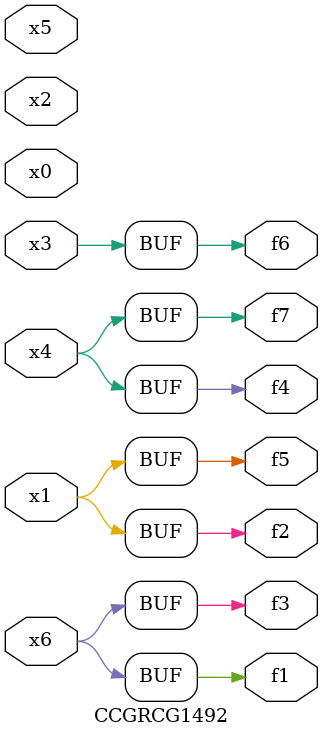
<source format=v>
module CCGRCG1492(
	input x0, x1, x2, x3, x4, x5, x6,
	output f1, f2, f3, f4, f5, f6, f7
);
	assign f1 = x6;
	assign f2 = x1;
	assign f3 = x6;
	assign f4 = x4;
	assign f5 = x1;
	assign f6 = x3;
	assign f7 = x4;
endmodule

</source>
